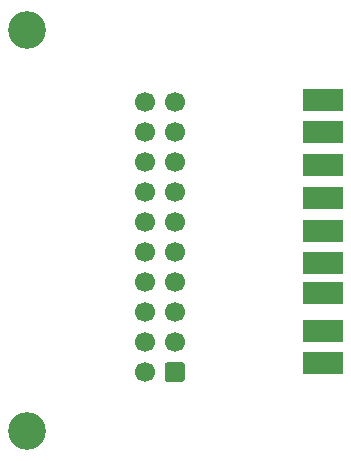
<source format=gbr>
%TF.GenerationSoftware,KiCad,Pcbnew,(5.1.9)-1*%
%TF.CreationDate,2021-07-05T16:45:00-04:00*%
%TF.ProjectId,Amiga2MacFloppy,416d6967-6132-44d6-9163-466c6f707079,1.0*%
%TF.SameCoordinates,Original*%
%TF.FileFunction,Soldermask,Bot*%
%TF.FilePolarity,Negative*%
%FSLAX46Y46*%
G04 Gerber Fmt 4.6, Leading zero omitted, Abs format (unit mm)*
G04 Created by KiCad (PCBNEW (5.1.9)-1) date 2021-07-05 16:45:00*
%MOMM*%
%LPD*%
G01*
G04 APERTURE LIST*
%ADD10C,1.700000*%
%ADD11R,3.480000X1.846667*%
%ADD12C,3.200000*%
G04 APERTURE END LIST*
D10*
%TO.C,J2*%
X143428000Y-97333000D03*
X143428000Y-99873000D03*
X143428000Y-102413000D03*
X143428000Y-104953000D03*
X143428000Y-107493000D03*
X143428000Y-110033000D03*
X143428000Y-112573000D03*
X143428000Y-115113000D03*
X143428000Y-117653000D03*
X143428000Y-120193000D03*
X145968000Y-97333000D03*
X145968000Y-99873000D03*
X145968000Y-102413000D03*
X145968000Y-104953000D03*
X145968000Y-107493000D03*
X145968000Y-110033000D03*
X145968000Y-112573000D03*
X145968000Y-115113000D03*
X145968000Y-117653000D03*
G36*
G01*
X146818000Y-119593000D02*
X146818000Y-120793000D01*
G75*
G02*
X146568000Y-121043000I-250000J0D01*
G01*
X145368000Y-121043000D01*
G75*
G02*
X145118000Y-120793000I0J250000D01*
G01*
X145118000Y-119593000D01*
G75*
G02*
X145368000Y-119343000I250000J0D01*
G01*
X146568000Y-119343000D01*
G75*
G02*
X146818000Y-119593000I0J-250000D01*
G01*
G37*
%TD*%
D11*
%TO.C,J5*%
X158468000Y-119465000D03*
X158468000Y-116695000D03*
X158468000Y-113527000D03*
X158468000Y-110982000D03*
X158468000Y-108212000D03*
X158468000Y-105442000D03*
X158468000Y-102672000D03*
X158468000Y-99902000D03*
X158468000Y-97132000D03*
%TD*%
D12*
%TO.C,Hole2*%
X133468000Y-91193000D03*
%TD*%
%TO.C,Hole1*%
X133468000Y-125192960D03*
%TD*%
M02*

</source>
